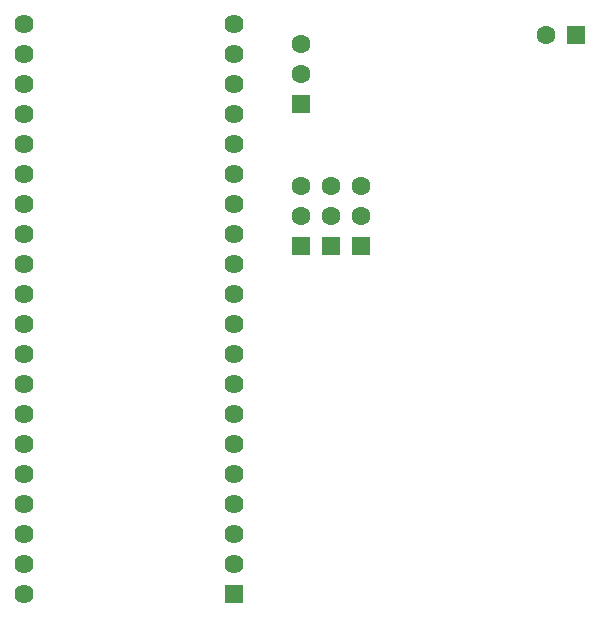
<source format=gbs>
G04*
G04 #@! TF.GenerationSoftware,Altium Limited,Altium Designer,21.5.1 (32)*
G04*
G04 Layer_Color=16711935*
%FSLAX44Y44*%
%MOMM*%
G71*
G04*
G04 #@! TF.SameCoordinates,0903D884-DAF8-42DF-BE81-14F24C034F1F*
G04*
G04*
G04 #@! TF.FilePolarity,Negative*
G04*
G01*
G75*
%ADD17R,1.6000X1.6000*%
%ADD18C,1.6000*%
%ADD19C,1.6240*%
%ADD20R,1.6240X1.6240*%
%ADD21R,1.6000X1.6000*%
D17*
X250000Y429200D02*
D03*
Y309200D02*
D03*
X275400D02*
D03*
X300800D02*
D03*
D18*
X250000Y454600D02*
D03*
Y480000D02*
D03*
Y334600D02*
D03*
Y360000D02*
D03*
X275400Y334600D02*
D03*
Y360000D02*
D03*
X457200Y488000D02*
D03*
X300800Y334600D02*
D03*
Y360000D02*
D03*
D19*
X15000Y15000D02*
D03*
Y40400D02*
D03*
Y65800D02*
D03*
Y91200D02*
D03*
Y116600D02*
D03*
Y142000D02*
D03*
Y167400D02*
D03*
Y192800D02*
D03*
Y218200D02*
D03*
Y243600D02*
D03*
X15000Y269000D02*
D03*
X15000Y294400D02*
D03*
Y319800D02*
D03*
Y345200D02*
D03*
Y370600D02*
D03*
Y396000D02*
D03*
Y421400D02*
D03*
Y446800D02*
D03*
Y472200D02*
D03*
X15000Y497600D02*
D03*
X192800D02*
D03*
Y472200D02*
D03*
Y446800D02*
D03*
Y421400D02*
D03*
Y396000D02*
D03*
Y370600D02*
D03*
Y345200D02*
D03*
Y319800D02*
D03*
Y294400D02*
D03*
Y269000D02*
D03*
Y243600D02*
D03*
Y218200D02*
D03*
Y192800D02*
D03*
Y167400D02*
D03*
Y142000D02*
D03*
Y116600D02*
D03*
Y91200D02*
D03*
Y65800D02*
D03*
Y40400D02*
D03*
D20*
Y15000D02*
D03*
D21*
X482600Y488000D02*
D03*
M02*

</source>
